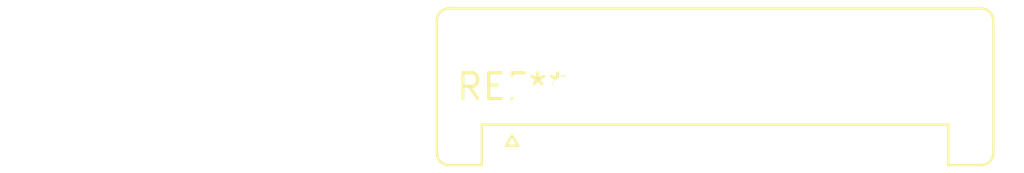
<source format=kicad_pcb>
(kicad_pcb (version 20240108) (generator pcbnew)
  (layers (0 "F.Cu" signal) (31 "B.Cu" signal) (34 "B.Paste" user) (35 "F.Paste" user) (36 "B.SilkS" user "B.Silkscreen") (37 "F.SilkS" user "F.Silkscreen") (38 "B.Mask" user) (39 "F.Mask" user) (44 "Edge.Cuts" user))
  (net 0 "")
  (footprint "Stocko_MKS_1659-6-0-909_1x9_P2.50mm_Vertical" (layer "F.Cu") (at 0 0)
    (property "Reference" "REF**")
    (property "Value" "Stocko_MKS_1659-6-0-909_1x9_P2.50mm_Vertical")
    (fp_line (start -3.71 -3.25) (end -3.71 3.25) (layer "F.SilkS") (stroke (width 0.12)))
    (fp_line (start -3.1 -3.86) (end 23.1 -3.86) (layer "F.SilkS") (stroke (width 0.12)))
    (fp_line (start -3.1 3.86) (end -1.49 3.86) (layer "F.SilkS") (stroke (width 0.12)))
    (fp_line (start -1.49 1.86) (end 21.49 1.86) (layer "F.SilkS") (stroke (width 0.12)))
    (fp_line (start -1.49 3.86) (end -1.49 1.86) (layer "F.SilkS") (stroke (width 0.12)))
    (fp_line (start -0.3 2.9) (end 0.3 2.9) (layer "F.SilkS") (stroke (width 0.12)))
    (fp_line (start 0 2.4) (end -0.3 2.9) (layer "F.SilkS") (stroke (width 0.12)))
    (fp_line (start 0.3 2.9) (end 0 2.4) (layer "F.SilkS") (stroke (width 0.12)))
    (fp_line (start 21.49 3.86) (end 21.49 1.86) (layer "F.SilkS") (stroke (width 0.12)))
    (fp_line (start 23.1 3.86) (end 21.49 3.86) (layer "F.SilkS") (stroke (width 0.12)))
    (fp_line (start 23.71 -3.25) (end 23.71 3.25) (layer "F.SilkS") (stroke (width 0.12)))
    (fp_arc (start -3.71 -3.25) (mid -3.531335 -3.681335) (end -3.1 -3.86) (layer "F.SilkS") (stroke (width 0.12)))
    (fp_arc (start -3.1 3.86) (mid -3.531335 3.681335) (end -3.71 3.25) (layer "F.SilkS") (stroke (width 0.12)))
    (fp_arc (start 23.1 -3.86) (mid 23.531335 -3.681335) (end 23.71 -3.25) (layer "F.SilkS") (stroke (width 0.12)))
    (fp_arc (start 23.71 3.25) (mid 23.531335 3.681335) (end 23.1 3.86) (layer "F.SilkS") (stroke (width 0.12)))
    (pad "1" thru_hole roundrect (at 0 0) (size 1.5 2) (drill 1) (layers *.Cu *.Mask) (remove_unused_layers))
    (pad "2" thru_hole oval (at 2.5 0) (size 1.5 2) (drill 1) (layers *.Cu *.Mask) (remove_unused_layers))
    (pad "3" thru_hole oval (at 5 0) (size 1.5 2) (drill 1) (layers *.Cu *.Mask) (remove_unused_layers))
    (pad "4" thru_hole oval (at 7.5 0) (size 1.5 2) (drill 1) (layers *.Cu *.Mask) (remove_unused_layers))
    (pad "5" thru_hole oval (at 10 0) (size 1.5 2) (drill 1) (layers *.Cu *.Mask) (remove_unused_layers))
    (pad "6" thru_hole oval (at 12.5 0) (size 1.5 2) (drill 1) (layers *.Cu *.Mask) (remove_unused_layers))
    (pad "7" thru_hole oval (at 15 0) (size 1.5 2) (drill 1) (layers *.Cu *.Mask) (remove_unused_layers))
    (pad "8" thru_hole oval (at 17.5 0) (size 1.5 2) (drill 1) (layers *.Cu *.Mask) (remove_unused_layers))
    (pad "9" thru_hole oval (at 20 0) (size 1.5 2) (drill 1) (layers *.Cu *.Mask) (remove_unused_layers))
  )
)
</source>
